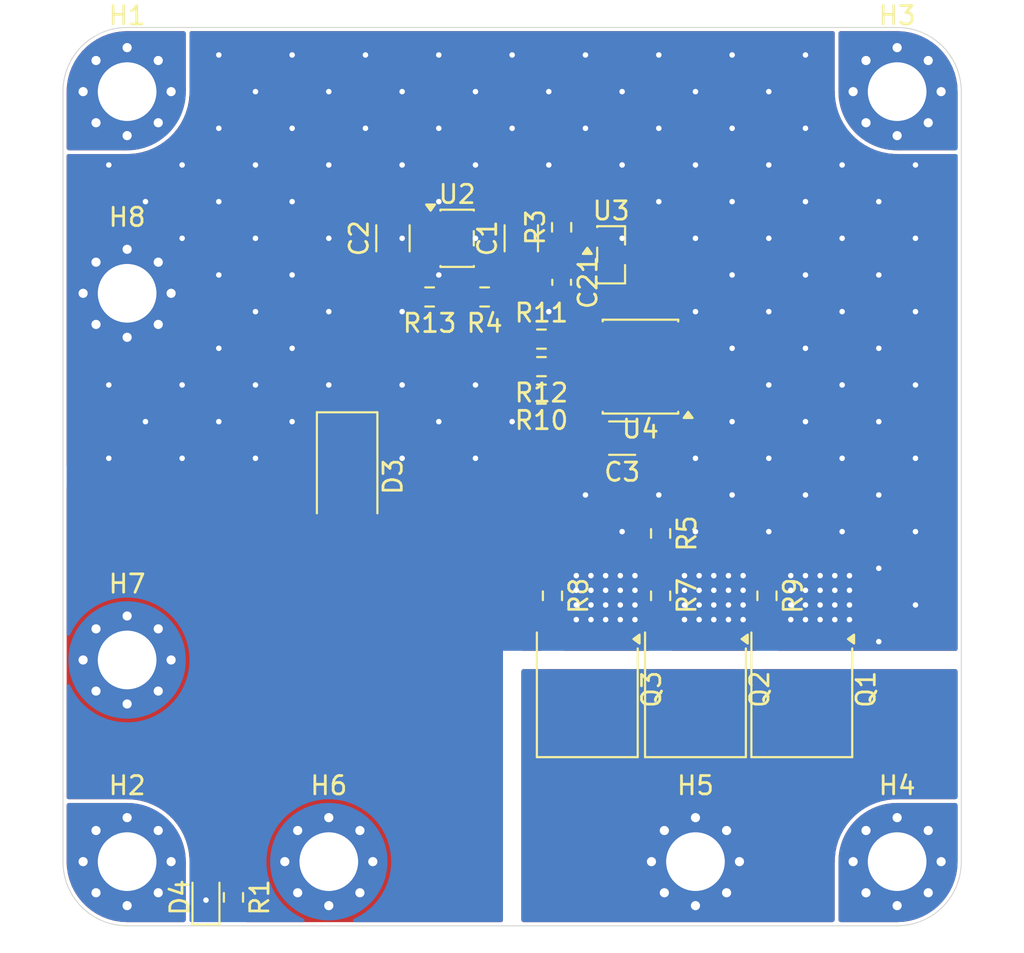
<source format=kicad_pcb>
(kicad_pcb (version 20241229) (generator "pcbnew") (generator_version "9.0")
  (layers (0 "F.Cu" signal) (2 "B.Cu" signal) (13 "F.Paste" user) (15 "B.Paste" user) (5 "F.SilkS" user "F.Silkscreen") (7 "B.SilkS" user "B.Silkscreen") (1 "F.Mask" user) (3 "B.Mask" user) (25 "Edge.Cuts" user))
  (net 0 "")
  (net 1 "GND")
  (net 2 "PRI_HI")
  (net 3 "Net-(D4-A)")
  (net 4 "+12V")
  (net 5 "unconnected-(H1-Pad1)")
  (net 6 "unconnected-(H2-Pad1)")
  (net 7 "unconnected-(H3-Pad1)")
  (net 8 "unconnected-(H4-Pad1)")
  (net 9 "RESISTOR-")
  (net 10 "VDC")
  (net 11 "BRAKE_GATE")
  (net 12 "+2V5")
  (net 13 "Net-(Q1-G)")
  (net 14 "Net-(Q2-G)")
  (net 15 "Net-(Q3-G)")
  (net 16 "Net-(U2-SENSE{slash}ADJ)")
  (net 17 "Net-(U4B-+)")
  (footprint "Package_TO_SOT_SMD:TSOT-23-5" (layer "F.Cu") (at 97 87)
    (property "Reference" "U2" (at 0 -2.4 0) (layer "F.SilkS"))
    (property "Value" "MX5709T")
    (pad "1" smd roundrect (at -1.1375 -0.95) (size 1.325 0.6) (layers "F.Cu" "F.Mask" "F.Paste") (net 10 "VDC"))
    (pad "2" smd roundrect (at -1.1375 0) (size 1.325 0.6) (layers "F.Cu" "F.Mask" "F.Paste") (net 1 "GND"))
    (pad "3" smd roundrect (at -1.1375 0.95) (size 1.325 0.6) (layers "F.Cu" "F.Mask" "F.Paste") (net 10 "VDC"))
    (pad "4" smd roundrect (at 1.1375 0.95) (size 1.325 0.6) (layers "F.Cu" "F.Mask" "F.Paste") (net 16 "Net-(U2-SENSE{slash}ADJ)"))
    (pad "5" smd roundrect (at 1.1375 -0.95) (size 1.325 0.6) (layers "F.Cu" "F.Mask" "F.Paste") (net 4 "+12V"))
  )
  (footprint "Package_DFN_QFN:PQFN-8-EP_6x5mm_P1.27mm_Generic" (layer "F.Cu") (at 110 111.6 -90)
    (property "Reference" "Q2" (at 0 -3.5 90) (layer "F.SilkS"))
    (property "Value" "NTMFS5C628NLT1G")
    (pad "1" smd roundrect (at -2.725 -1.904999) (size 0.7 1.15) (layers "F.Cu" "F.Mask" "F.Paste") (net 1 "GND"))
    (pad "2" smd roundrect (at -2.725 -0.635) (size 0.7 1.15) (layers "F.Cu" "F.Mask" "F.Paste") (net 1 "GND"))
    (pad "3" smd roundrect (at -2.725 0.635) (size 0.7 1.15) (layers "F.Cu" "F.Mask" "F.Paste") (net 1 "GND"))
    (pad "4" smd roundrect (at -2.725 1.904999) (size 0.7 1.15) (layers "F.Cu" "F.Mask" "F.Paste") (net 14 "Net-(Q2-G)"))
    (pad "5" smd custom (at 0 0) (size 4 2) (layers "F.Cu" "F.Mask") (net 9 "RESISTOR-") (options (clearance outline) (anchor rect)) (primitives (gr_poly (pts (xy -2.35 3.5) (xy 2.35 3.5) (xy 2.35 2) (xy 2.1 2) (xy 2.1 -1.1) (xy -2.1 -1.1) (xy -2.1 2) (xy -2.35 2)) (width 0) (fill yes))))
  )
  (footprint "Package_DFN_QFN:PQFN-8-EP_6x5mm_P1.27mm_Generic" (layer "F.Cu") (at 115.8 111.6 -90)
    (property "Reference" "Q1" (at 0 -3.5 90) (layer "F.SilkS"))
    (property "Value" "NTMFS5C628NLT1G")
    (pad "1" smd roundrect (at -2.725 -1.904999) (size 0.7 1.15) (layers "F.Cu" "F.Mask" "F.Paste") (net 1 "GND"))
    (pad "2" smd roundrect (at -2.725 -0.635) (size 0.7 1.15) (layers "F.Cu" "F.Mask" "F.Paste") (net 1 "GND"))
    (pad "3" smd roundrect (at -2.725 0.635) (size 0.7 1.15) (layers "F.Cu" "F.Mask" "F.Paste") (net 1 "GND"))
    (pad "4" smd roundrect (at -2.725 1.904999) (size 0.7 1.15) (layers "F.Cu" "F.Mask" "F.Paste") (net 13 "Net-(Q1-G)"))
    (pad "5" smd custom (at 0 0) (size 4 2) (layers "F.Cu" "F.Mask") (net 9 "RESISTOR-") (options (clearance outline) (anchor rect)) (primitives (gr_poly (pts (xy -2.35 3.5) (xy 2.35 3.5) (xy 2.35 2) (xy 2.1 2) (xy 2.1 -1.1) (xy -2.1 -1.1) (xy -2.1 2) (xy -2.35 2)) (width 0) (fill yes))))
  )
  (footprint "MountingHole:MountingHole_3.2mm_M3_Pad_Via" (layer "F.Cu") (at 79 90)
    (property "Reference" "H8" (at 0 -4.15 0) (layer "F.SilkS"))
    (property "Value" "MountingHole_Pad")
    (pad "1" thru_hole circle (at -2.4 0) (size 0.8 0.8) (drill 0.5) (layers "*.Cu" "*.Mask") (net 1 "GND"))
    (pad "1" thru_hole circle (at -1.697056 -1.697056) (size 0.8 0.8) (drill 0.5) (layers "*.Cu" "*.Mask") (net 1 "GND"))
    (pad "1" thru_hole circle (at -1.697056 1.697056) (size 0.8 0.8) (drill 0.5) (layers "*.Cu" "*.Mask") (net 1 "GND"))
    (pad "1" thru_hole circle (at 0 -2.4) (size 0.8 0.8) (drill 0.5) (layers "*.Cu" "*.Mask") (net 1 "GND"))
    (pad "1" thru_hole circle (at 0 0) (size 6.4 6.4) (drill 3.2) (layers "*.Cu" "*.Mask") (net 1 "GND"))
    (pad "1" thru_hole circle (at 0 2.4) (size 0.8 0.8) (drill 0.5) (layers "*.Cu" "*.Mask") (net 1 "GND"))
    (pad "1" thru_hole circle (at 1.697056 -1.697056) (size 0.8 0.8) (drill 0.5) (layers "*.Cu" "*.Mask") (net 1 "GND"))
    (pad "1" thru_hole circle (at 1.697056 1.697056) (size 0.8 0.8) (drill 0.5) (layers "*.Cu" "*.Mask") (net 1 "GND"))
    (pad "1" thru_hole circle (at 2.4 0) (size 0.8 0.8) (drill 0.5) (layers "*.Cu" "*.Mask") (net 1 "GND"))
  )
  (footprint "Resistor_SMD:R_0603_1608Metric" (layer "F.Cu") (at 98.5 90.2 180)
    (property "Reference" "R4" (at 0 -1.43 0) (layer "F.SilkS"))
    (property "Value" "R")
    (pad "1" smd roundrect (at -0.825 0 180) (size 0.8 0.95) (layers "F.Cu" "F.Mask" "F.Paste") (net 4 "+12V"))
    (pad "2" smd roundrect (at 0.825 0 180) (size 0.8 0.95) (layers "F.Cu" "F.Mask" "F.Paste") (net 16 "Net-(U2-SENSE{slash}ADJ)"))
  )
  (footprint "Resistor_SMD:R_0603_1608Metric" (layer "F.Cu") (at 102.2 106.5 -90)
    (property "Reference" "R8" (at 0 -1.43 90) (layer "F.SilkS"))
    (property "Value" "1M")
    (pad "1" smd roundrect (at -0.825 0 270) (size 0.8 0.95) (layers "F.Cu" "F.Mask" "F.Paste") (net 11 "BRAKE_GATE"))
    (pad "2" smd roundrect (at 0.825 0 270) (size 0.8 0.95) (layers "F.Cu" "F.Mask" "F.Paste") (net 15 "Net-(Q3-G)"))
  )
  (footprint "Capacitor_SMD:C_1206_3216Metric" (layer "F.Cu") (at 100.5 87 90)
    (property "Reference" "C1" (at 0 -1.850001 90) (layer "F.SilkS"))
    (property "Value" "10uF")
    (pad "1" smd roundrect (at -1.475001 0 90) (size 1.15 1.8) (layers "F.Cu" "F.Mask" "F.Paste") (roundrect_rratio 0.217391) (net 1 "GND"))
    (pad "2" smd roundrect (at 1.475001 0 90) (size 1.15 1.8) (layers "F.Cu" "F.Mask" "F.Paste") (roundrect_rratio 0.217391) (net 4 "+12V"))
  )
  (footprint "Package_SO:SOIC-8_3.9x4.9mm_P1.27mm" (layer "F.Cu") (at 107 94 180)
    (property "Reference" "U4" (at 0 -3.4 0) (layer "F.SilkS"))
    (property "Value" "LM393")
    (pad "1" smd roundrect (at -2.475 -1.905 180) (size 1.95 0.6) (layers "F.Cu" "F.Mask" "F.Paste"))
    (pad "2" smd roundrect (at -2.475 -0.635 180) (size 1.95 0.6) (layers "F.Cu" "F.Mask" "F.Paste"))
    (pad "3" smd roundrect (at -2.475 0.635 180) (size 1.95 0.6) (layers "F.Cu" "F.Mask" "F.Paste"))
    (pad "4" smd roundrect (at -2.475 1.905 180) (size 1.95 0.6) (layers "F.Cu" "F.Mask" "F.Paste") (net 1 "GND"))
    (pad "5" smd roundrect (at 2.475 1.905 180) (size 1.95 0.6) (layers "F.Cu" "F.Mask" "F.Paste") (net 17 "Net-(U4B-+)"))
    (pad "6" smd roundrect (at 2.475 0.635 180) (size 1.95 0.6) (layers "F.Cu" "F.Mask" "F.Paste") (net 12 "+2V5"))
    (pad "7" smd roundrect (at 2.475 -0.635 180) (size 1.95 0.6) (layers "F.Cu" "F.Mask" "F.Paste") (net 11 "BRAKE_GATE"))
    (pad "8" smd roundrect (at 2.475 -1.905 180) (size 1.95 0.6) (layers "F.Cu" "F.Mask" "F.Paste") (net 4 "+12V"))
  )
  (footprint "Resistor_SMD:R_0603_1608Metric" (layer "F.Cu") (at 101.6 92.5)
    (property "Reference" "R11" (at 0 -1.43 0) (layer "F.SilkS"))
    (property "Value" "100K")
    (pad "1" smd roundrect (at -0.825 0) (size 0.8 0.95) (layers "F.Cu" "F.Mask" "F.Paste") (net 10 "VDC"))
    (pad "2" smd roundrect (at 0.825 0) (size 0.8 0.95) (layers "F.Cu" "F.Mask" "F.Paste") (net 17 "Net-(U4B-+)"))
  )
  (footprint "LED_SMD:LED_0603_1608Metric" (layer "F.Cu") (at 83.3 122.950001 90)
    (property "Reference" "D4" (at 0 -1.43 90) (layer "F.SilkS"))
    (property "Value" "LED")
    (pad "1" smd roundrect (at -0.787501 0 90) (size 0.875 0.95) (layers "F.Cu" "F.Mask" "F.Paste") (net 1 "GND"))
    (pad "2" smd roundrect (at 0.787501 0 90) (size 0.875 0.95) (layers "F.Cu" "F.Mask" "F.Paste") (net 3 "Net-(D4-A)"))
  )
  (footprint "MountingHole:MountingHole_3.2mm_M3_Pad_Via" (layer "F.Cu") (at 121 121)
    (property "Reference" "H4" (at 0 -4.15 0) (layer "F.SilkS"))
    (property "Value" "MountingHole_Pad")
    (pad "1" thru_hole circle (at -2.4 0) (size 0.8 0.8) (drill 0.5) (layers "*.Cu" "*.Mask") (net 8 "unconnected-(H4-Pad1)"))
    (pad "1" thru_hole circle (at -1.697056 -1.697056) (size 0.8 0.8) (drill 0.5) (layers "*.Cu" "*.Mask") (net 8 "unconnected-(H4-Pad1)"))
    (pad "1" thru_hole circle (at -1.697056 1.697056) (size 0.8 0.8) (drill 0.5) (layers "*.Cu" "*.Mask") (net 8 "unconnected-(H4-Pad1)"))
    (pad "1" thru_hole circle (at 0 -2.4) (size 0.8 0.8) (drill 0.5) (layers "*.Cu" "*.Mask") (net 8 "unconnected-(H4-Pad1)"))
    (pad "1" thru_hole circle (at 0 0) (size 6.4 6.4) (drill 3.2) (layers "*.Cu" "*.Mask") (net 8 "unconnected-(H4-Pad1)"))
    (pad "1" thru_hole circle (at 0 2.4) (size 0.8 0.8) (drill 0.5) (layers "*.Cu" "*.Mask") (net 8 "unconnected-(H4-Pad1)"))
    (pad "1" thru_hole circle (at 1.697056 -1.697056) (size 0.8 0.8) (drill 0.5) (layers "*.Cu" "*.Mask") (net 8 "unconnected-(H4-Pad1)"))
    (pad "1" thru_hole circle (at 1.697056 1.697056) (size 0.8 0.8) (drill 0.5) (layers "*.Cu" "*.Mask") (net 8 "unconnected-(H4-Pad1)"))
    (pad "1" thru_hole circle (at 2.4 0) (size 0.8 0.8) (drill 0.5) (layers "*.Cu" "*.Mask") (net 8 "unconnected-(H4-Pad1)"))
  )
  (footprint "Resistor_SMD:R_0603_1608Metric" (layer "F.Cu") (at 95.5 90.2 180)
    (property "Reference" "R13" (at 0 -1.43 0) (layer "F.SilkS"))
    (property "Value" "R")
    (pad "1" smd roundrect (at -0.825 0 180) (size 0.8 0.95) (layers "F.Cu" "F.Mask" "F.Paste") (net 16 "Net-(U2-SENSE{slash}ADJ)"))
    (pad "2" smd roundrect (at 0.825 0 180) (size 0.8 0.95) (layers "F.Cu" "F.Mask" "F.Paste") (net 1 "GND"))
  )
  (footprint "MountingHole:MountingHole_3.2mm_M3_Pad_Via" (layer "F.Cu") (at 90 121)
    (property "Reference" "H6" (at 0 -4.15 0) (layer "F.SilkS"))
    (property "Value" "MountingHole_Pad")
    (pad "1" thru_hole circle (at -2.4 0) (size 0.8 0.8) (drill 0.5) (layers "*.Cu" "*.Mask") (net 2 "PRI_HI"))
    (pad "1" thru_hole circle (at -1.697056 -1.697056) (size 0.8 0.8) (drill 0.5) (layers "*.Cu" "*.Mask") (net 2 "PRI_HI"))
    (pad "1" thru_hole circle (at -1.697056 1.697056) (size 0.8 0.8) (drill 0.5) (layers "*.Cu" "*.Mask") (net 2 "PRI_HI"))
    (pad "1" thru_hole circle (at 0 -2.4) (size 0.8 0.8) (drill 0.5) (layers "*.Cu" "*.Mask") (net 2 "PRI_HI"))
    (pad "1" thru_hole circle (at 0 0) (size 6.4 6.4) (drill 3.2) (layers "*.Cu" "*.Mask") (net 2 "PRI_HI"))
    (pad "1" thru_hole circle (at 0 2.4) (size 0.8 0.8) (drill 0.5) (layers "*.Cu" "*.Mask") (net 2 "PRI_HI"))
    (pad "1" thru_hole circle (at 1.697056 -1.697056) (size 0.8 0.8) (drill 0.5) (layers "*.Cu" "*.Mask") (net 2 "PRI_HI"))
    (pad "1" thru_hole circle (at 1.697056 1.697056) (size 0.8 0.8) (drill 0.5) (layers "*.Cu" "*.Mask") (net 2 "PRI_HI"))
    (pad "1" thru_hole circle (at 2.4 0) (size 0.8 0.8) (drill 0.5) (layers "*.Cu" "*.Mask") (net 2 "PRI_HI"))
  )
  (footprint "Diode_SMD:D_SMA" (layer "F.Cu") (at 91 100 -90)
    (property "Reference" "D3" (at 0 -2.5 90) (layer "F.SilkS"))
    (property "Value" "SS36")
    (pad "1" smd roundrect (at -2.000001 0 270) (size 2.5 1.8) (layers "F.Cu" "F.Mask" "F.Paste") (roundrect_rratio 0.1388888889) (net 10 "VDC"))
    (pad "2" smd roundrect (at 2.000001 0 270) (size 2.5 1.8) (layers "F.Cu" "F.Mask" "F.Paste") (roundrect_rratio 0.1388888889) (net 2 "PRI_HI"))
  )
  (footprint "Resistor_SMD:R_0603_1608Metric" (layer "F.Cu") (at 101.6 95.499999 180)
    (property "Reference" "R10" (at 0 -1.43 0) (layer "F.SilkS"))
    (property "Value" "1M")
    (pad "1" smd roundrect (at -0.825 0 180) (size 0.8 0.95) (layers "F.Cu" "F.Mask" "F.Paste") (net 11 "BRAKE_GATE"))
    (pad "2" smd roundrect (at 0.825 0 180) (size 0.8 0.95) (layers "F.Cu" "F.Mask" "F.Paste") (net 17 "Net-(U4B-+)"))
  )
  (footprint "MountingHole:MountingHole_3.2mm_M3_Pad_Via" (layer "F.Cu") (at 79 121)
    (property "Reference" "H2" (at 0 -4.15 0) (layer "F.SilkS"))
    (property "Value" "MountingHole_Pad")
    (pad "1" thru_hole circle (at -2.4 0) (size 0.8 0.8) (drill 0.5) (layers "*.Cu" "*.Mask") (net 6 "unconnected-(H2-Pad1)"))
    (pad "1" thru_hole circle (at -1.697056 -1.697056) (size 0.8 0.8) (drill 0.5) (layers "*.Cu" "*.Mask") (net 6 "unconnected-(H2-Pad1)"))
    (pad "1" thru_hole circle (at -1.697056 1.697056) (size 0.8 0.8) (drill 0.5) (layers "*.Cu" "*.Mask") (net 6 "unconnected-(H2-Pad1)"))
    (pad "1" thru_hole circle (at 0 -2.4) (size 0.8 0.8) (drill 0.5) (layers "*.Cu" "*.Mask") (net 6 "unconnected-(H2-Pad1)"))
    (pad "1" thru_hole circle (at 0 0) (size 6.4 6.4) (drill 3.2) (layers "*.Cu" "*.Mask") (net 6 "unconnected-(H2-Pad1)"))
    (pad "1" thru_hole circle (at 0 2.4) (size 0.8 0.8) (drill 0.5) (layers "*.Cu" "*.Mask") (net 6 "unconnected-(H2-Pad1)"))
    (pad "1" thru_hole circle (at 1.697056 -1.697056) (size 0.8 0.8) (drill 0.5) (layers "*.Cu" "*.Mask") (net 6 "unconnected-(H2-Pad1)"))
    (pad "1" thru_hole circle (at 1.697056 1.697056) (size 0.8 0.8) (drill 0.5) (layers "*.Cu" "*.Mask") (net 6 "unconnected-(H2-Pad1)"))
    (pad "1" thru_hole circle (at 2.4 0) (size 0.8 0.8) (drill 0.5) (layers "*.Cu" "*.Mask") (net 6 "unconnected-(H2-Pad1)"))
  )
  (footprint "Capacitor_SMD:C_0603_1608Metric" (layer "F.Cu") (at 102.7 89.4 -90)
    (property "Reference" "C21" (at 0 -1.43 90) (layer "F.SilkS"))
    (property "Value" "100nF")
    (pad "1" smd roundrect (at -0.775 0 270) (size 0.9 0.95) (layers "F.Cu" "F.Mask" "F.Paste") (net 12 "+2V5"))
    (pad "2" smd roundrect (at 0.775 0 270) (size 0.9 0.95) (layers "F.Cu" "F.Mask" "F.Paste") (net 1 "GND"))
  )
  (footprint "Resistor_SMD:R_0603_1608Metric" (layer "F.Cu") (at 101.599999 94 180)
    (property "Reference" "R12" (at 0 -1.43 0) (layer "F.SilkS"))
    (property "Value" "10K")
    (pad "1" smd roundrect (at -0.825 0 180) (size 0.8 0.95) (layers "F.Cu" "F.Mask" "F.Paste") (net 17 "Net-(U4B-+)"))
    (pad "2" smd roundrect (at 0.825 0 180) (size 0.8 0.95) (layers "F.Cu" "F.Mask" "F.Paste") (net 1 "GND"))
  )
  (footprint "Resistor_SMD:R_0603_1608Metric" (layer "F.Cu") (at 108.1 106.5 -90)
    (property "Reference" "R7" (at 0 -1.43 90) (layer "F.SilkS"))
    (property "Value" "1M")
    (pad "1" smd roundrect (at -0.825 0 270) (size 0.8 0.95) (layers "F.Cu" "F.Mask" "F.Paste") (net 11 "BRAKE_GATE"))
    (pad "2" smd roundrect (at 0.825 0 270) (size 0.8 0.95) (layers "F.Cu" "F.Mask" "F.Paste") (net 14 "Net-(Q2-G)"))
  )
  (footprint "Resistor_SMD:R_0603_1608Metric" (layer "F.Cu") (at 113.9 106.5 -90)
    (property "Reference" "R9" (at 0 -1.43 90) (layer "F.SilkS"))
    (property "Value" "1M")
    (pad "1" smd roundrect (at -0.825 0 270) (size 0.8 0.95) (layers "F.Cu" "F.Mask" "F.Paste") (net 11 "BRAKE_GATE"))
    (pad "2" smd roundrect (at 0.825 0 270) (size 0.8 0.95) (layers "F.Cu" "F.Mask" "F.Paste") (net 13 "Net-(Q1-G)"))
  )
  (footprint "Resistor_SMD:R_0603_1608Metric" (layer "F.Cu") (at 108.1 103.1 -90)
    (property "Reference" "R5" (at 0 -1.43 90) (layer "F.SilkS"))
    (property "Value" "1K")
    (pad "1" smd roundrect (at -0.825 0 270) (size 0.8 0.95) (layers "F.Cu" "F.Mask" "F.Paste") (net 4 "+12V"))
    (pad "2" smd roundrect (at 0.825 0 270) (size 0.8 0.95) (layers "F.Cu" "F.Mask" "F.Paste") (net 11 "BRAKE_GATE"))
  )
  (footprint "Package_TO_SOT_SMD:SOT-23" (layer "F.Cu") (at 105.4 87.9)
    (property "Reference" "U3" (at 0 -2.4 0) (layer "F.SilkS"))
    (property "Value" "TL431DBZ")
    (pad "1" smd roundrect (at -0.9375 -0.95) (size 1.475 0.6) (layers "F.Cu" "F.Mask" "F.Paste") (net 12 "+2V5"))
    (pad "2" smd roundrect (at -0.9375 0.95) (size 1.475 0.6) (layers "F.Cu" "F.Mask" "F.Paste") (net 12 "+2V5"))
    (pad "3" smd roundrect (at 0.937501 0) (size 1.475 0.6) (layers "F.Cu" "F.Mask" "F.Paste") (net 1 "GND"))
  )
  (footprint "Capacitor_SMD:C_1206_3216Metric" (layer "F.Cu") (at 106 97.9 180)
    (property "Reference" "C3" (at 0 -1.850001 0) (layer "F.SilkS"))
    (property "Value" "10uF")
    (pad "1" smd roundrect (at -1.475001 0 180) (size 1.15 1.8) (layers "F.Cu" "F.Mask" "F.Paste") (roundrect_rratio 0.217391) (net 1 "GND"))
    (pad "2" smd roundrect (at 1.475001 0 180) (size 1.15 1.8) (layers "F.Cu" "F.Mask" "F.Paste") (roundrect_rratio 0.217391) (net 4 "+12V"))
  )
  (footprint "Capacitor_SMD:C_1206_3216Metric" (layer "F.Cu") (at 93.5 87 90)
    (property "Reference" "C2" (at 0 -1.850001 90) (layer "F.SilkS"))
    (property "Value" "10uF")
    (pad "1" smd roundrect (at -1.475001 0 90) (size 1.15 1.8) (layers "F.Cu" "F.Mask" "F.Paste") (roundrect_rratio 0.217391) (net 1 "GND"))
    (pad "2" smd roundrect (at 1.475001 0 90) (size 1.15 1.8) (layers "F.Cu" "F.Mask" "F.Paste") (roundrect_rratio 0.217391) (net 10 "VDC"))
  )
  (footprint "Resistor_SMD:R_0603_1608Metric" (layer "F.Cu") (at 84.8 122.950001 -90)
    (property "Reference" "R1" (at 0 -1.43 90) (layer "F.SilkS"))
    (property "Value" "100K")
    (pad "1" smd roundrect (at -0.825 0 270) (size 0.8 0.95) (layers "F.Cu" "F.Mask" "F.Paste") (net 2 "PRI_HI"))
    (pad "2" smd roundrect (at 0.825 0 270) (size 0.8 0.95) (layers "F.Cu" "F.Mask" "F.Paste") (net 3 "Net-(D4-A)"))
  )
  (footprint "MountingHole:MountingHole_3.2mm_M3_Pad_Via" (layer "F.Cu") (at 79 79)
    (property "Reference" "H1" (at 0 -4.15 0) (layer "F.SilkS"))
    (property "Value" "MountingHole_Pad")
    (pad "1" thru_hole circle (at -2.4 0) (size 0.8 0.8) (drill 0.5) (layers "*.Cu" "*.Mask") (net 5 "unconnected-(H1-Pad1)"))
    (pad "1" thru_hole circle (at -1.697056 -1.697056) (size 0.8 0.8) (drill 0.5) (layers "*.Cu" "*.Mask") (net 5 "unconnected-(H1-Pad1)"))
    (pad "1" thru_hole circle (at -1.697056 1.697056) (size 0.8 0.8) (drill 0.5) (layers "*.Cu" "*.Mask") (net 5 "unconnected-(H1-Pad1)"))
    (pad "1" thru_hole circle (at 0 -2.4) (size 0.8 0.8) (drill 0.5) (layers "*.Cu" "*.Mask") (net 5 "unconnected-(H1-Pad1)"))
    (pad "1" thru_hole circle (at 0 0) (size 6.4 6.4) (drill 3.2) (layers "*.Cu" "*.Mask") (net 5 "unconnected-(H1-Pad1)"))
    (pad "1" thru_hole circle (at 0 2.4) (size 0.8 0.8) (drill 0.5) (layers "*.Cu" "*.Mask") (net 5 "unconnected-(H1-Pad1)"))
    (pad "1" thru_hole circle (at 1.697056 -1.697056) (size 0.8 0.8) (drill 0.5) (layers "*.Cu" "*.Mask") (net 5 "unconnected-(H1-Pad1)"))
    (pad "1" thru_hole circle (at 1.697056 1.697056) (size 0.8 0.8) (drill 0.5) (layers "*.Cu" "*.Mask") (net 5 "unconnected-(H1-Pad1)"))
    (pad "1" thru_hole circle (at 2.4 0) (size 0.8 0.8) (drill 0.5) (layers "*.Cu" "*.Mask") (net 5 "unconnected-(H1-Pad1)"))
  )
  (footprint "Resistor_SMD:R_0603_1608Metric" (layer "F.Cu") (at 102.7 86.4 90)
    (property "Reference" "R3" (at 0 -1.43 90) (layer "F.SilkS"))
    (property "Value" "4.7K")
    (pad "1" smd roundrect (at -0.825 0 90) (size 0.8 0.95) (layers "F.Cu" "F.Mask" "F.Paste") (net 12 "+2V5"))
    (pad "2" smd roundrect (at 0.825 0 90) (size 0.8 0.95) (layers "F.Cu" "F.Mask" "F.Paste") (net 4 "+12V"))
  )
  (footprint "MountingHole:MountingHole_3.2mm_M3_Pad_Via" (layer "F.Cu") (at 110 121)
    (property "Reference" "H5" (at 0 -4.15 0) (layer "F.SilkS"))
    (property "Value" "MountingHole_Pad")
    (pad "1" thru_hole circle (at -2.4 0) (size 0.8 0.8) (drill 0.5) (layers "*.Cu" "*.Mask") (net 9 "RESISTOR-"))
    (pad "1" thru_hole circle (at -1.697056 -1.697056) (size 0.8 0.8) (drill 0.5) (layers "*.Cu" "*.Mask") (net 9 "RESISTOR-"))
    (pad "1" thru_hole circle (at -1.697056 1.697056) (size 0.8 0.8) (drill 0.5) (layers "*.Cu" "*.Mask") (net 9 "RESISTOR-"))
    (pad "1" thru_hole circle (at 0 -2.4) (size 0.8 0.8) (drill 0.5) (layers "*.Cu" "*.Mask") (net 9 "RESISTOR-"))
    (pad "1" thru_hole circle (at 0 0) (size 6.4 6.4) (drill 3.2) (layers "*.Cu" "*.Mask") (net 9 "RESISTOR-"))
    (pad "1" thru_hole circle (at 0 2.4) (size 0.8 0.8) (drill 0.5) (layers "*.Cu" "*.Mask") (net 9 "RESISTOR-"))
    (pad "1" thru_hole circle (at 1.697056 -1.697056) (size 0.8 0.8) (drill 0.5) (layers "*.Cu" "*.Mask") (net 9 "RESISTOR-"))
    (pad "1" thru_hole circle (at 1.697056 1.697056) (size 0.8 0.8) (drill 0.5) (layers "*.Cu" "*.Mask") (net 9 "RESISTOR-"))
    (pad "1" thru_hole circle (at 2.4 0) (size 0.8 0.8) (drill 0.5) (layers "*.Cu" "*.Mask") (net 9 "RESISTOR-"))
  )
  (footprint "MountingHole:MountingHole_3.2mm_M3_Pad_Via" (layer "F.Cu") (at 121 79)
    (property "Reference" "H3" (at 0 -4.15 0) (layer "F.SilkS"))
    (property "Value" "MountingHole_Pad")
    (pad "1" thru_hole circle (at -2.4 0) (size 0.8 0.8) (drill 0.5) (layers "*.Cu" "*.Mask") (net 7 "unconnected-(H3-Pad1)"))
    (pad "1" thru_hole circle (at -1.697056 -1.697056) (size 0.8 0.8) (drill 0.5) (layers "*.Cu" "*.Mask") (net 7 "unconnected-(H3-Pad1)"))
    (pad "1" thru_hole circle (at -1.697056 1.697056) (size 0.8 0.8) (drill 0.5) (layers "*.Cu" "*.Mask") (net 7 "unconnected-(H3-Pad1)"))
    (pad "1" thru_hole circle (at 0 -2.4) (size 0.8 0.8) (drill 0.5) (layers "*.Cu" "*.Mask") (net 7 "unconnected-(H3-Pad1)"))
    (pad "1" thru_hole circle (at 0 0) (size 6.4 6.4) (drill 3.2) (layers "*.Cu" "*.Mask") (net 7 "unconnected-(H3-Pad1)"))
    (pad "1" thru_hole circle (at 0 2.4) (size 0.8 0.8) (drill 0.5) (layers "*.Cu" "*.Mask") (net 7 "unconnected-(H3-Pad1)"))
    (pad "1" thru_hole circle (at 1.697056 -1.697056) (size 0.8 0.8) (drill 0.5) (layers "*.Cu" "*.Mask") (net 7 "unconnected-(H3-Pad1)"))
    (pad "1" thru_hole circle (at 1.697056 1.697056) (size 0.8 0.8) (drill 0.5) (layers "*.Cu" "*.Mask") (net 7 "unconnected-(H3-Pad1)"))
    (pad "1" thru_hole circle (at 2.4 0) (size 0.8 0.8) (drill 0.5) (layers "*.Cu" "*.Mask") (net 7 "unconnected-(H3-Pad1)"))
  )
  (footprint "Package_DFN_QFN:PQFN-8-EP_6x5mm_P1.27mm_Generic" (layer "F.Cu") (at 104.1 111.6 -90)
    (property "Reference" "Q3" (at 0 -3.5 90) (layer "F.SilkS"))
    (property "Value" "NTMFS5C628NLT1G")
    (pad "1" smd roundrect (at -2.725 -1.904999) (size 0.7 1.15) (layers "F.Cu" "F.Mask" "F.Paste") (net 1 "GND"))
    (pad "2" smd roundrect (at -2.725 -0.635) (size 0.7 1.15) (layers "F.Cu" "F.Mask" "F.Paste") (net 1 "GND"))
    (pad "3" smd roundrect (at -2.725 0.635) (size 0.7 1.15) (layers "F.Cu" "F.Mask" "F.Paste") (net 1 "GND"))
    (pad "4" smd roundrect (at -2.725 1.904999) (size 0.7 1.15) (layers "F.Cu" "F.Mask" "F.Paste") (net 15 "Net-(Q3-G)"))
    (pad "5" smd custom (at 0 0) (size 4 2) (layers "F.Cu" "F.Mask") (net 9 "RESISTOR-") (options (clearance outline) (anchor rect)) (primitives (gr_poly (pts (xy -2.35 3.5) (xy 2.35 3.5) (xy 2.35 2) (xy 2.1 2) (xy 2.1 -1.1) (xy -2.1 -1.1) (xy -2.1 2) (xy -2.35 2)) (width 0) (fill yes))))
  )
  (footprint "MountingHole:MountingHole_3.2mm_M3_Pad_Via" (layer "F.Cu") (at 79 110)
    (property "Reference" "H7" (at 0 -4.15 0) (layer "F.SilkS"))
    (property "Value" "MountingHole_Pad")
    (pad "1" thru_hole circle (at -2.4 0) (size 0.8 0.8) (drill 0.5) (layers "*.Cu" "*.Mask") (net 2 "PRI_HI"))
    (pad "1" thru_hole circle (at -1.697056 -1.697056) (size 0.8 0.8) (drill 0.5) (layers "*.Cu" "*.Mask") (net 2 "PRI_HI"))
    (pad "1" thru_hole circle (at -1.697056 1.697056) (size 0.8 0.8) (drill 0.5) (layers "*.Cu" "*.Mask") (net 2 "PRI_HI"))
    (pad "1" thru_hole circle (at 0 -2.4) (size 0.8 0.8) (drill 0.5) (layers "*.Cu" "*.Mask") (net 2 "PRI_HI"))
    (pad "1" thru_hole circle (at 0 0) (size 6.4 6.4) (drill 3.2) (layers "*.Cu" "*.Mask") (net 2 "PRI_HI"))
    (pad "1" thru_hole circle (at 0 2.4) (size 0.8 0.8) (drill 0.5) (layers "*.Cu" "*.Mask") (net 2 "PRI_HI"))
    (pad "1" thru_hole circle (at 1.697056 -1.697056) (size 0.8 0.8) (drill 0.5) (layers "*.Cu" "*.Mask") (net 2 "PRI_HI"))
    (pad "1" thru_hole circle (at 1.697056 1.697056) (size 0.8 0.8) (drill 0.5) (layers "*.Cu" "*.Mask") (net 2 "PRI_HI"))
    (pad "1" thru_hole circle (at 2.4 0) (size 0.8 0.8) (drill 0.5) (layers "*.Cu" "*.Mask") (net 2 "PRI_HI"))
  )
  (gr_line (start 75.5 121) (end 75.5 79) (stroke (width 0.05)) (layer "Edge.Cuts"))
  (gr_line (start 124.5 79) (end 124.5 121) (stroke (width 0.05)) (layer "Edge.Cuts"))
  (gr_arc (start 75.5 79) (mid 76.525126 76.525126) (end 79 75.5) (stroke (width 0.05)) (layer "Edge.Cuts"))
  (gr_arc (start 124.5 121) (mid 123.474874 123.474874) (end 121 124.5) (stroke (width 0.05)) (layer "Edge.Cuts"))
  (gr_arc (start 121 75.5) (mid 123.474874 76.525126) (end 124.5 79) (stroke (width 0.05)) (layer "Edge.Cuts"))
  (gr_line (start 79 75.5) (end 121 75.5) (stroke (width 0.05)) (layer "Edge.Cuts"))
  (gr_arc (start 79 124.5) (mid 76.525126 123.474874) (end 75.5 121) (stroke (width 0.05)) (layer "Edge.Cuts"))
  (gr_line (start 121 124.5) (end 79 124.5) (stroke (width 0.05)) (layer "Edge.Cuts"))
  (segment (start 83.3 123.737502) (end 83.3 123.1) (width 0.2) (layer "F.Cu") (net 1))
  (via (at 118.4 105.4) (size 0.6) (drill 0.3) (layers "F.Cu" "B.Cu") (net 1))
  (via (at 112.6 107.8) (size 0.6) (drill 0.3) (layers "F.Cu" "B.Cu") (net 1))
  (via (at 84 93) (size 0.6) (drill 0.3) (layers "F.Cu" "B.Cu") (net 1))
  (via (at 104.3 106.2) (size 0.6) (drill 0.3) (layers "F.Cu" "B.Cu") (net 1))
  (via (at 84 97) (size 0.6) (drill 0.3) (layers "F.Cu" "B.Cu") (net 1))
  (via (at 105.9 107) (size 0.6) (drill 0.3) (layers "F.Cu" "B.Cu") (net 1))
  (via (at 106.7 107) (size 0.6) (drill 0.3) (layers "F.Cu" "B.Cu") (net 1))
  (via (at 96 89) (size 0.6) (drill 0.3) (layers "F.Cu" "B.Cu") (net 1))
  (via (at 90 87) (size 0.6) (drill 0.3) (layers "F.Cu" "B.Cu") (net 1))
  (via (at 110.2 107) (size 0.6) (drill 0.3) (layers "F.Cu" "B.Cu") (net 1))
  (via (at 86 91) (size 0.6) (drill 0.3) (layers "F.Cu" "B.Cu") (net 1))
  (via (at 122 95) (size 0.6) (drill 0.3) (layers "F.Cu" "B.Cu") (net 1))
  (via (at 112.6 106.2) (size 0.6) (drill 0.3) (layers "F.Cu" "B.Cu") (net 1))
  (via (at 106 83) (size 0.6) (drill 0.3) (layers "F.Cu" "B.Cu") (net 1))
  (via (at 109.4 106.2) (size 0.6) (drill 0.3) (layers "F.Cu" "B.Cu") (net 1))
  (via (at 120 97) (size 0.6) (drill 0.3) (layers "F.Cu" "B.Cu") (net 1))
  (via (at 118 87) (size 0.6) (drill 0.3) (layers "F.Cu" "B.Cu") (net 1))
  (via (at 94 95) (size 0.6) (drill 0.3) (layers "F.Cu" "B.Cu") (net 1))
  (via (at 90 91) (size 0.6) (drill 0.3) (layers "F.Cu" "B.Cu") (net 1))
  (via (at 111 105.4) (size 0.6) (drill 0.3) (layers "F.Cu" "B.Cu") (net 1))
  (via (at 103.5 105.4) (size 0.6) (drill 0.3) (layers "F.Cu" "B.Cu") (net 1))
  (via (at 104 101) (size 0.6) (drill 0.3) (layers "F.Cu" "B.Cu") (net 1))
  (via (at 111.8 105.4) (size 0.6) (drill 0.3) (layers "F.Cu" "B.Cu") (net 1))
  (via (at 118 103) (size 0.6) (drill 0.3) (layers "F.Cu" "B.Cu") (net 1))
  (via (at 115.2 107) (size 0.6) (drill 0.3) (layers "F.Cu" "B.Cu") (net 1))
  (via (at 80 85) (size 0.6) (drill 0.3) (layers "F.Cu" "B.Cu") (net 1))
  (via (at 112 101) (size 0.6) (drill 0.3) (layers "F.Cu" "B.Cu") (net 1))
  (via (at 84 85) (size 0.6) (drill 0.3) (layers "F.Cu" "B.Cu") (net 1))
  (via (at 102 91) (size 0.6) (drill 0.3) (layers "F.Cu" "B.Cu") (net 1))
  (via (at 108 81) (size 0.6) (drill 0.3) (layers "F.Cu" "B.Cu") (net 1))
  (via (at 110 99) (size 0.6) (drill 0.3) (layers "F.Cu" "B.Cu") (net 1))
  (via (at 88 89) (size 0.6) (drill 0.3) (layers "F.Cu" "B.Cu") (net 1))
  (via (at 114 79) (size 0.6) (drill 0.3) (layers "F.Cu" "B.Cu") (net 1))
  (via (at 122 83) (size 0.6) (drill 0.3) (layers "F.Cu" "B.Cu") (net 1))
  (via (at 88 81) (size 0.6) (drill 0.3) (layers "F.Cu" "B.Cu") (net 1))
  (via (at 120 93) (size 0.6) (drill 0.3) (layers "F.Cu" "B.Cu") (net 1))
  (via (at 120 101) (size 0.6) (drill 0.3) (layers "F.Cu" "B.Cu") (net 1))
  (via (at 86 95) (size 0.6) (drill 0.3) (layers "F.Cu" "B.Cu") (net 1))
  (via (at 103.5 106.2) (size 0.6) (drill 0.3) (layers "F.Cu" "B.Cu") (net 1))
  (via (at 109.4 107) (size 0.6) (drill 0.3) (layers "F.Cu" "B.Cu") (net 1))
  (via (at 117.6 105.4) (size 0.6) (drill 0.3) (layers "F.Cu" "B.Cu") (net 1))
  (via (at 100 97) (size 0.6) (drill 0.3) (layers "F.Cu" "B.Cu") (net 1))
  (via (at 108 77) (size 0.6) (drill 0.3) (layers "F.Cu" "B.Cu") (net 1))
  (via (at 83.3 123.1) (size 0.6) (drill 0.3) (layers "F.Cu" "B.Cu") (net 1))
  (via (at 112 85) (size 0.6) (drill 0.3) (layers "F.Cu" "B.Cu") (net 1))
  (via (at 118 91) (size 0.6) (drill 0.3) (layers "F.Cu" "B.Cu") (net 1))
  (via (at 122 103) (size 0.6) (drill 0.3) (layers "F.Cu" "B.Cu") (net 1))
  (via (at 110.2 105.4) (size 0.6) (drill 0.3) (layers "F.Cu" "B.Cu") (net 1))
  (via (at 96 97) (size 0.6) (drill 0.3) (layers "F.Cu" "B.Cu") (net 1))
  (via (at 114 103) (size 0.6) (drill 0.3) (layers "F.Cu" "B.Cu") (net 1))
  (via (at 116.8 107) (size 0.6) (drill 0.3) (layers "F.Cu" "B.Cu") (net 1))
  (via (at 120 89) (size 0.6) (drill 0.3) (layers "F.Cu" "B.Cu") (net 1))
  (via (at 104 81) (size 0.6) (drill 0.3) (layers "F.Cu" "B.Cu") (net 1))
  (via (at 84 89) (size 0.6) (drill 0.3) (layers "F.Cu" "B.Cu") (net 1))
  (via (at 122 107) (size 0.6) (drill 0.3) (layers "F.Cu" "B.Cu") (net 1))
  (via (at 106.7 105.4) (size 0.6) (drill 0.3) (layers "F.Cu" "B.Cu") (net 1))
  (via (at 120 85) (size 0.6) (drill 0.3) (layers "F.Cu" "B.Cu") (net 1))
  (via (at 116 89) (size 0.6) (drill 0.3) (layers "F.Cu" "B.Cu") (net 1))
  (via (at 114 91) (size 0.6) (drill 0.3) (layers "F.Cu" "B.Cu") (net 1))
  (via (at 120 109) (size 0.6) (drill 0.3) (layers "F.Cu" "B.Cu") (net 1))
  (via (at 118 99) (size 0.6) (drill 0.3) (layers "F.Cu" "B.Cu") (net 1))
  (via (at 104.3 107.8) (size 0.6) (drill 0.3) (layers "F.Cu" "B.Cu") (net 1))
  (via (at 105.1 107) (size 0.6) (drill 0.3) (layers "F.Cu" "B.Cu") (net 1))
  (via (at 112 93) (size 0.6) (drill 0.3) (layers "F.Cu" "B.Cu") (net 1))
  (via (at 96 77) (size 0.6) (drill 0.3) (layers "F.Cu" "B.Cu") (net 1))
  (via (at 110 87) (size 0.6) (drill 0.3) (layers "F.Cu" "B.Cu") (net 1))
  (via (at 116 97) (size 0.6) (drill 0.3) (layers "F.Cu" "B.Cu") (net 1))
  (via (at 86 99) (size 0.6) (drill 0.3) (layers "F.Cu" "B.Cu") (net 1))
  (via (at 86 83) (size 0.6) (drill 0.3) (layers "F.Cu" "B.Cu") (net 1))
  (via (at 98 79) (size 0.6) (drill 0.3) (layers "F.Cu" "B.Cu") (net 1))
  (via (at 94 87) (size 0.6) (drill 0.3) (layers "F.Cu" "B.Cu") (net 1))
  (via (at 100 81) (size 0.6) (drill 0.3) (layers "F.Cu" "B.Cu") (net 1))
  (via (at 110 83) (size 0.6) (drill 0.3) (layers "F.Cu" "B.Cu") (net 1))
  (via (at 105.1 106.2) (size 0.6) (drill 0.3) (layers "F.Cu" "B.Cu") (net 1))
  (via (at 82 83) (size 0.6) (drill 0.3) (layers "F.Cu" "B.Cu") (net 1))
  (via (at 94 99) (size 0.6) (drill 0.3) (layers "F.Cu" "B.Cu") (net 1))
  (via (at 115.2 106.2) (size 0.6) (drill 0.3) (layers "F.Cu" "B.Cu") (net 1))
  (via (at 105.9 107.8) (size 0.6) (drill 0.3) (layers "F.Cu" "B.Cu") (net 1))
  (via (at 102 83) (size 0.6) (drill 0.3) (layers "F.Cu" "B.Cu") (net 1))
  (via (at 90 83) (size 0.6) (drill 0.3) (layers "F.Cu" "B.Cu") (net 1))
  (via (at 103.5 107.8) (size 0.6) (drill 0.3) (layers "F.Cu" "B.Cu") (net 1))
  (via (at 92 81) (size 0.6) (drill 0.3) (layers "F.Cu" "B.Cu") (net 1))
  (via (at 109.4 105.4) (size 0.6) (drill 0.3) (layers "F.Cu" "B.Cu") (net 1))
  (via (at 104.3 105.4) (size 0.6) (drill 0.3) (layers "F.Cu" "B.Cu") (net 1))
  (via (at 116 106.2) (size 0.6) (drill 0.3) (layers "F.Cu" "B.Cu") (net 1))
  (via (at 122 87) (size 0.6) (drill 0.3) (layers "F.Cu" "B.Cu") (net 1))
  (via (at 78 95) (size 0.6) (drill 0.3) (layers "F.Cu" "B.Cu") (net 1))
  (via (at 102 79) (size 0.6) (drill 0.3) (layers "F.Cu" "B.Cu") (net 1))
  (via (at 94 79) (size 0.6) (drill 0.3) (layers "F.Cu" "B.Cu") (net 1))
  (via (at 78 99) (size 0.6) (drill 0.3) (layers "F.Cu" "B.Cu") (net 1))
  (via (at 100 77) (size 0.6) (drill 0.3) (layers "F.Cu" "B.Cu") (net 1))
  (via (at 112 97) (size 0.6) (drill 0.3) (layers "F.Cu" "B.Cu") (net 1))
  (via (at 98 83) (size 0.6) (drill 0.3) (layers "F.Cu" "B.Cu") (net 1))
  (via (at 112 89) (size 0.6) (drill 0.3) (layers "F.Cu" "B.Cu") (net 1))
  (via (at 116 81) (size 0.6) (drill 0.3) (layers "F.Cu" "B.Cu") (net 1))
  (via (at 116 105.4) (size 0.6) (drill 0.3) (layers "F.Cu" "B.Cu") (net 1))
  (via (at 111 107.8) (size 0.6) (drill 0.3) (layers "F.Cu" "B.Cu") (net 1))
  (via (at 114 83) (size 0.6) (drill 0.3) (layers "F.Cu" "B.Cu") (net 1))
  (via (at 108 101) (size 0.6) (drill 0.3) (layers "F.Cu" "B.Cu") (net 1))
  (via (at 118 95) (size 0.6) (drill 0.3) (layers "F.Cu" "B.Cu") (net 1))
  (via (at 84 81) (size 0.6) (drill 0.3) (layers "F.Cu" "B.Cu") (net 1))
  (via (at 96 81) (size 0.6) (drill 0.3) (layers "F.Cu" "B.Cu") (net 1))
  (via (at 106 103) (size 0.6) (drill 0.3) (layers "F.Cu" "B.Cu") (net 1))
  (via (at 116 107.8) (size 0.6) (drill 0.3) (layers "F.Cu" "B.Cu") (net 1))
  (via (at 114 95) (size 0.6) (drill 0.3) (layers "F.Cu" "B.Cu") (net 1))
  (via (at 117.6 107.8) (size 0.6) (drill 0.3) (layers "F.Cu" "B.Cu") (net 1))
  (via (at 96 85) (size 0.6) (drill 0.3) (layers "F.Cu" "B.Cu") (net 1))
  (via (at 88 77) (size 0.6) (drill 0.3) (layers "F.Cu" "B.Cu") (net 1))
  (via (at 118.4 106.2) (size 0.6) (drill 0.3) (layers "F.Cu" "B.Cu") (net 1))
  (via (at 117.6 107) (size 0.6) (drill 0.3) (layers "F.Cu" "B.Cu") (net 1))
  (via (at 122 99) (size 0.6) (drill 0.3) (layers "F.Cu" "B.Cu") (net 1))
  (via (at 111 106.2) (size 0.6) (drill 0.3) (layers "F.Cu" "B.Cu") (net 1))
  (via (at 114 87) (size 0.6) (drill 0.3) (layers "F.Cu" "B.Cu") (net 1))
  (via (at 84 77) (size 0.6) (drill 0.3) (layers "F.Cu" "B.Cu") (net 1))
  (via (at 106.7 106.2) (size 0.6) (drill 0.3) (layers "F.Cu" "B.Cu") (net 1))
  (via (at 116.8 105.4) (size 0.6) (drill 0.3) (layers "F.Cu" "B.Cu") (net 1))
  (via (at 90 79) (size 0.6) (drill 0.3) (layers "F.Cu" "B.Cu") (net 1))
  (via (at 109.4 107.8) (size 0.6) (drill 0.3) (layers "F.Cu" "B.Cu") (net 1))
  (via (at 94 83) (size 0.6) (drill 0.3) (layers "F.Cu" "B.Cu") (net 1))
  (via (at 110.2 107.8) (size 0.6) (drill 0.3) (layers "F.Cu" "B.Cu") (net 1))
  (via (at 116 101) (size 0.6) (drill 0.3) (layers "F.Cu" "B.Cu") (net 1))
  (via (at 110 79) (size 0.6) (drill 0.3) (layers "F.Cu" "B.Cu") (net 1))
  (via (at 106 79) (size 0.6) (drill 0.3) (layers "F.Cu" "B.Cu") (net 1))
  (via (at 118 83) (size 0.6) (drill 0.3) (layers "F.Cu" "B.Cu") (net 1))
  (via (at 88 97) (size 0.6) (drill 0.3) (layers "F.Cu" "B.Cu") (net 1))
  (via (at 105.1 107.8) (size 0.6) (drill 0.3) (layers "F.Cu" "B.Cu") (net 1))
  (via (at 106 87) (size 0.6) (drill 0.3) (layers "F.Cu" "B.Cu") (net 1))
  (via (at 98 87) (size 0.6) (drill 0.3) (layers "F.Cu" "B.Cu") (net 1))
  (via (at 88 93) (size 0.6) (drill 0.3) (layers "F.Cu" "B.Cu") (net 1))
  (via (at 82 95) (size 0.6) (drill 0.3) (layers "F.Cu" "B.Cu") (net 1))
  (via (at 110.2 106.2) (size 0.6) (drill 0.3) (layers "F.Cu" "B.Cu") (net 1))
  (via (at 104 77) (size 0.6) (drill 0.3) (layers "F.Cu" "B.Cu") (net 1))
  (via (at 103.5 107) (size 0.6) (drill 0.3) (layers "F.Cu" "B.Cu") (net 1))
  (via (at 104.3 107) (size 0.6) (drill 0.3) (layers "F.Cu" "B.Cu") (net 1))
  (via (at 86 87) (size 0.6) (drill 0.3) (layers "F.Cu" "B.Cu") (net 1))
  (via (at 88 85) (size 0.6) (drill 0.3) (layers "F.Cu" "B.Cu") (net 1))
  (via (at 110 91) (size 0.6) (drill 0.3) (layers "F.Cu" "B.Cu") (net 1))
  (via (at 105.1 105.4) (size 0.6) (drill 0.3) (layers "F.Cu" "B.Cu") (net 1))
  (via (at 105.9 105.4) (size 0.6) (drill 0.3) (layers "F.Cu" "B.Cu") (net 1))
  (via (at 116.8 107.8) (size 0.6) (drill 0.3) (layers "F.Cu" "B.Cu") (net 1))
  (via (at 106.7 107.8) (size 0.6) (drill 0.3) (layers "F.Cu" "B.Cu") (net 1))
  (via (at 122 91) (size 0.6) (drill 0.3) (layers "F.Cu" "B.Cu") (net 1))
  (via (at 90 95) (size 0.6) (drill 0.3) (layers "F.Cu" "B.Cu") (net 1))
  (via (at 82 87) (size 0.6) (drill 0.3) (layers "F.Cu" "B.Cu") (net 1))
  (via (at 112 77) (size 0.6) (drill 0.3) (layers "F.Cu" "B.Cu") (net 1))
  (via (at 111.8 107) (size 0.6) (drill 0.3) (layers "F.Cu" "B.Cu") (net 1))
  (via (at 114 99) (size 0.6) (drill 0.3) (layers "F.Cu" "B.Cu") (net 1))
  (via (at 116 107) (size 0.6) (drill 0.3) (layers "F.Cu" "B.Cu") (net 1))
  (via (at 117.6 106.2) (size 0.6) (drill 0.3) (layers "F.Cu" "B.Cu") (net 1))
  (via (at 98 95) (size 0.6) (drill 0.3) (layers "F.Cu" "B.Cu") (net 1))
  (via (at 112.6 105.4) (size 0.6) (drill 0.3) (layers "F.Cu" "B.Cu") (net 1))
  (via (at 92 77) (size 0.6) (drill 0.3) (layers "F.Cu" "B.Cu") (net 1))
  (via (at 116.8 106.2) (size 0.6) (drill 0.3) (layers "F.Cu" "B.Cu") (net 1))
  (via (at 86 79) (size 0.6) (drill 0.3) (layers "F.Cu" "B.Cu") (net 1))
  (via (at 112.6 107) (size 0.6) (drill 0.3) (layers "F.Cu" "B.Cu") (net 1))
  (via (at 111.8 106.2) (size 0.6) (drill 0.3) (layers "F.Cu" "B.Cu") (net 1))
  (via (at 116 93) (size 0.6) (drill 0.3) (layers "F.Cu" "B.Cu") (net 1))
  (via (at 94 91) (size 0.6) (drill 0.3) (layers "F.Cu" "B.Cu") (net 1))
  (via (at 120 105) (size 0.6) (drill 0.3) (layers "F.Cu" "B.Cu") (net 1))
  (via (at 80 97) (size 0.6) (drill 0.3) (layers "F.Cu" "B.Cu") (net 1))
  (via (at 98 99) (size 0.6) (drill 0.3) (layers "F.Cu" "B.Cu") (net 1))
  (via (at 111.8 107.8) (size 0.6) (drill 0.3) (layers "F.Cu" "B.Cu") (net 1))
  (via (at 108 85) (size 0.6) (drill 0.3) (layers "F.Cu" "B.Cu") (net 1))
  (via (at 112 81) (size 0.6) (drill 0.3) (layers "F.Cu" "B.Cu") (net 1))
  (via (at 110 103) (size 0.6) (drill 0.3) (layers "F.Cu" "B.Cu") (net 1))
  (via (at 111 107) (size 0.6) (drill 0.3) (layers "F.Cu" "B.Cu") (net 1))
  (via (at 82 99) (size 0.6) (drill 0.3) (layers "F.Cu" "B.Cu") (net 1))
  (via (at 116 85) (size 0.6) (drill 0.3) (layers "F.Cu" "B.Cu") (net 1))
  (via (at 118.4 107) (size 0.6) (drill 0.3) (layers "F.Cu" "B.Cu") (net 1))
  (via (at 118.4 107.8) (size 0.6) (drill 0.3) (layers "F.Cu" "B.Cu") (net 1))
  (via (at 115.2 107.8) (size 0.6) (drill 0.3) (layers "F.Cu" "B.Cu") (net 1))
  (via (at 116 77) (size 0.6) (drill 0.3) (layers "F.Cu" "B.Cu") (net 1))
  (via (at 78 83) (size 0.6) (drill 0.3) (layers "F.Cu" "B.Cu") (net 1))
  (via (at 105.9 106.2) (size 0.6) (drill 0.3) (layers "F.Cu" "B.Cu") (net 1))
  (via (at 115.2 105.4) (size 0.6) (drill 0.3) (layers "F.Cu" "B.Cu") (net 1))
  (segment (start 84.8 123.6625) (end 84.8 123.775001) (width 0.2) (layer "F.Cu") (net 3))
  (segment (start 83.3 122.1625) (end 84.8 123.6625) (width 0.2) (layer "F.Cu") (net 3))
  (segment (start 100.5 85.524999) (end 102.649999 85.524999) (width 0.4) (layer "F.Cu") (net 4))
  (segment (start 107 95.4) (end 106.495 95.905) (width 0.4) (layer "F.Cu") (net 4))
  (segment (start 106.495 95.905) (end 104.525 95.905) (width 0.4) (layer "F.Cu") (net 4))
  (segment (start 98.59375 86.05) (end 99.118751 85.524999) (width 0.4) (layer "F.Cu") (net 4))
  (segment (start 107 90.6) (end 107 95.4) (width 0.4) (layer "F.Cu") (net 4))
  (segment (start 104.525 96.6125) (end 104.525 95.905) (width 0.4) (layer "F.Cu") (net 4))
  (segment (start 107.375 85.575) (end 108 86.2) (width 0.4) (layer "F.Cu") (net 4))
  (segment (start 100.5 85.524999) (end 100.5 86.8) (width 0.2) (layer "F.Cu") (net 4))
  (segment (start 105.524999 99.1625) (end 104.524999 98.1625) (width 0.4) (layer "F.Cu") (net 4))
  (segment (start 104.524999 98.1625) (end 104.524999 97.9) (width 0.4) (layer "F.Cu") (net 4))
  (segment (start 105.524999 101.624999) (end 105.524999 99.1625) (width 0.4) (layer "F.Cu") (net 4))
  (segment (start 102.649999 85.524999) (end 102.7 85.575) (width 0.4) (layer "F.Cu") (net 4))
  (segment (start 102.7 85.575) (end 107.375 85.575) (width 0.4) (layer "F.Cu") (net 4))
  (segment (start 100.2 87.1) (end 99.5 87.1) (width 0.2) (layer "F.Cu") (net 4))
  (segment (start 98.1375 86.05) (end 98.59375 86.05) (width 0.4) (layer "F.Cu") (net 4))
  (segment (start 106.175 102.275) (end 105.524999 101.624999) (width 0.4) (layer "F.Cu") (net 4))
  (segment (start 104.524999 96.612501) (end 104.525 96.6125) (width 0.4) (layer "F.Cu") (net 4))
  (segment (start 104.524999 97.9) (end 104.524999 96.612501) (width 0.4) (layer "F.Cu") (net 4))
  (segment (start 99.118751 85.524999) (end 100.5 85.524999) (width 0.4) (layer "F.Cu") (net 4))
  (segment (start 108.1 102.275) (end 106.175 102.275) (width 0.4) (layer "F.Cu") (net 4))
  (segment (start 108 89.6) (end 107 90.6) (width 0.4) (layer "F.Cu") (net 4))
  (segment (start 100.5 86.8) (end 100.2 87.1) (width 0.2) (layer "F.Cu") (net 4))
  (segment (start 108 86.2) (end 108 89.6) (width 0.4) (layer "F.Cu") (net 4))
  (segment (start 99.2 87.4) (end 99.2 90.075) (width 0.2) (layer "F.Cu") (net 4))
  (segment (start 99.5 87.1) (end 99.2 87.4) (width 0.2) (layer "F.Cu") (net 4))
  (segment (start 99.2 90.075) (end 99.325 90.2) (width 0.2) (layer "F.Cu") (net 4))
  (segment (start 97 87.7) (end 97 86.3) (width 0.2) (layer "F.Cu") (net 10))
  (segment (start 93.5 85.524999) (end 94.924999 85.524999) (width 0.4) (layer "F.Cu") (net 10))
  (segment (start 95.45 86.05) (end 95.8625 86.05) (width 0.4) (layer "F.Cu") (net 10))
  (segment (start 96.75 87.95) (end 97 87.7) (width 0.2) (layer "F.Cu") (net 10))
  (segment (start 95.8625 87.95) (end 96.75 87.95) (width 0.2) (layer "F.Cu") (net 10))
  (segment (start 94.924999 85.524999) (end 95.45 86.05) (width 0.4) (layer "F.Cu") (net 10))
  (segment (start 91.9 92.5) (end 91.9 86) (width 0.4) (layer "F.Cu") (net 10))
  (segment (start 91.9 86) (end 92.375001 85.524999) (width 0.4) (layer "F.Cu") (net 10))
  (segment (start 91 93.4) (end 91 97.999999) (width 0.4) (layer "F.Cu") (net 10))
  (segment (start 92.375001 85.524999) (end 93.5 85.524999) (width 0.4) (layer "F.Cu") (net 10))
  (segment (start 91.9 92.5) (end 91 93.4) (width 0.4) (layer "F.Cu") (net 10))
  (segment (start 96.75 86.05) (end 95.8625 86.05) (width 0.2) (layer "F.Cu") (net 10))
  (segment (start 97 86.3) (end 96.75 86.05) (width 0.2) (layer "F.Cu") (net 10))
  (segment (start 100.775 92.5) (end 91.9 92.5) (width 0.4) (layer "F.Cu") (net 10))
  (segment (start 102.425 95.499999) (end 103.289999 94.635) (width 0.4) (layer "F.Cu") (net 11))
  (segment (start 108.1 104) (end 113.5 104) (width 0.4) (layer "F.Cu") (net 11))
  (segment (start 103.289999 94.635) (end 104.525 94.635) (width 0.4) (layer "F.Cu") (net 11))
  (segment (start 102.2 104.3) (end 102.5 104) (width 0.4) (layer "F.Cu") (net 11))
  (segment (start 102.425 95.499999) (end 102.425 103.925) (width 0.4) (layer "F.Cu") (net 11))
  (segment (start 102.2 105.775) (end 102.2 104.3) (width 0.4) (layer "F.Cu") (net 11))
  (segment (start 108.1 105.775) (end 108.1 104) (width 0.4) (layer "F.Cu") (net 11))
  (segment (start 113.5 104) (end 113.9 104.4) (width 0.4) (layer "F.Cu") (net 11))
  (segment (start 102.425 103.925) (end 102.5 104) (width 0.4) (layer "F.Cu") (net 11))
  (segment (start 113.9 104.4) (end 113.9 105.775) (width 0.4) (layer "F.Cu") (net 11))
  (segment (start 102.5 104) (end 108.1 104) (width 0.4) (layer "F.Cu") (net 11))
  (segment (start 102.925 88.85) (end 104.4625 88.85) (width 0.4) (layer "F.Cu") (net 12))
  (segment (start 106.1 93) (end 105.735 93.365) (width 0.4) (layer "F.Cu") (net 12))
  (segment (start 102.7 88.625) (end 102.925 88.85) (width 0.4) (layer "F.Cu") (net 12))
  (segment (start 105.735 93.365) (end 104.525 93.365) (width 0.4) (layer "F.Cu") (net 12))
  (segment (start 106.1 89.3) (end 106.1 93) (width 0.4) (layer "F.Cu") (net 12))
  (segment (start 102.975 86.95) (end 102.7 87.225) (width 0.4) (layer "F.Cu") (net 12))
  (segment (start 105.65 88.85) (end 106.1 89.3) (width 0.4) (layer "F.Cu") (net 12))
  (segment (start 102.7 87.225) (end 102.7 88.625) (width 0.4) (layer "F.Cu") (net 12))
  (segment (start 104.4625 88.85) (end 105.65 88.85) (width 0.4) (layer "F.Cu") (net 12))
  (segment (start 104.4625 86.95) (end 102.975 86.95) (width 0.4) (layer "F.Cu") (net 12))
  (segment (start 113.895001 107.429999) (end 113.9 107.425) (width 0.5) (layer "F.Cu") (net 13))
  (segment (start 113.895001 108.975) (end 113.895001 107.429999) (width 0.5) (layer "F.Cu") (net 13))
  (segment (start 108.095001 107.429999) (end 108.1 107.425) (width 0.5) (layer "F.Cu") (net 14))
  (segment (start 108.095001 108.975) (end 108.095001 107.429999) (width 0.5) (layer "F.Cu") (net 14))
  (segment (start 102.195001 108.975) (end 102.195001 107.429999) (width 0.5) (layer "F.Cu") (net 15))
  (segment (start 102.195001 107.429999) (end 102.2 107.425) (width 0.5) (layer "F.Cu") (net 15))
  (segment (start 96.325 90.2) (end 97.675 90.2) (width 0.2) (layer "F.Cu") (net 16))
  (segment (start 98.1375 87.95) (end 98.1375 89.7375) (width 0.2) (layer "F.Cu") (net 16))
  (segment (start 98.1375 89.7375) (end 97.675 90.2) (width 0.2) (layer "F.Cu") (net 16))
  (segment (start 102.425 92.5) (end 102.424999 94) (width 0.4) (layer "F.Cu") (net 17))
  (segment (start 104.525 92.095) (end 102.83 92.095) (width 0.4) (layer "F.Cu") (net 17))
  (segment (start 100.925001 95.499998) (end 102.424999 94) (width 0.4) (layer "F.Cu") (net 17))
  (segment (start 102.83 92.095) (end 102.425 92.5) (width 0.4) (layer "F.Cu") (net 17))
  (zone (net 2) (net_name "PRI_HI") (layer "F.Cu") (priority 1) (connect_pads yes (clearance 0.2)) (min_thickness 0.2) (fill yes (thermal_gap 0.5) (thermal_bridge_width 0.5))
    (polygon (pts (xy 99.5 100.5) (xy 75.5 100.5) (xy 75.5 124.5) (xy 99.5 124.5)))
  )
  (zone (net 1) (net_name "GND") (layer "F.Cu") (connect_pads yes (clearance 0.2)) (min_thickness 0.2) (fill yes (thermal_gap 0.5) (thermal_bridge_width 0.5))
    (polygon (pts (xy 75.5 75.5) (xy 124.5 75.5) (xy 124.5 109.5) (xy 100.5 109.5) (xy 100.5 99.5) (xy 75.5 99.5)))
  )
  (zone (net 5) (net_name "unconnected-(H1-Pad1)") (layers "F.Cu" "B.Cu") (priority 5) (connect_pads yes (clearance 0.2)) (min_thickness 0.25) (fill yes (thermal_gap 0.5) (thermal_bridge_width 0.5))
    (polygon (pts (xy 75.5 82.199999) (xy 79 82.2) (xy 82.2 79) (xy 82.199999 75.5) (xy 75.5 75.5)))
  )
  (zone (net 9) (net_name "RESISTOR-") (layers "F.Cu" "B.Cu") (priority 1) (connect_pads yes (clearance 0.2)) (min_thickness 0.25) (fill yes (thermal_gap 0.5) (thermal_bridge_width 0.5))
    (polygon (pts (xy 124.5 110.5) (xy 100.5 110.5) (xy 100.5 124.5) (xy 124.5 124.5)))
  )
  (zone (net 6) (net_name "unconnected-(H2-Pad1)") (layers "F.Cu" "B.Cu") (priority 5) (connect_pads yes (clearance 0.2)) (min_thickness 0.25) (fill yes (thermal_gap 0.5) (thermal_bridge_width 0.5))
    (polygon (pts (xy 82.199999 124.5) (xy 82.2 121) (xy 79 117.8) (xy 75.5 117.800001) (xy 75.5 124.5)))
  )
  (zone (net 8) (net_name "unconnected-(H4-Pad1)") (layers "F.Cu" "B.Cu") (priority 5) (connect_pads yes (clearance 0.2)) (min_thickness 0.25) (fill yes (thermal_gap 0.5) (thermal_bridge_width 0.5))
    (polygon (pts (xy 124.5 117.800001) (xy 121 117.8) (xy 117.8 121) (xy 117.800001 124.5) (xy 124.5 124.5)))
  )
  (zone (net 7) (net_name "unconnected-(H3-Pad1)") (layers "F.Cu" "B.Cu") (priority 5) (connect_pads yes (clearance 0.2)) (min_thickness 0.25) (fill yes (thermal_gap 0.5) (thermal_bridge_width 0.5))
    (polygon (pts (xy 117.8 75.5) (xy 117.8 79) (xy 121 82.2) (xy 124.5 82.2) (xy 124.5 75.5)))
  )
  (zone (net 1) (net_name "GND") (layer "B.Cu") (connect_pads yes (clearance 0.2)) (min_thickness 0.2) (fill yes (thermal_gap 0.5) (thermal_bridge_width 0.5))
    (polygon (pts (xy 75.5 75.5) (xy 124.5 75.5) (xy 124.5 109.5) (xy 99.5 109.5) (xy 99.5 124.5) (xy 75.5 124.5)))
  )
)
</source>
